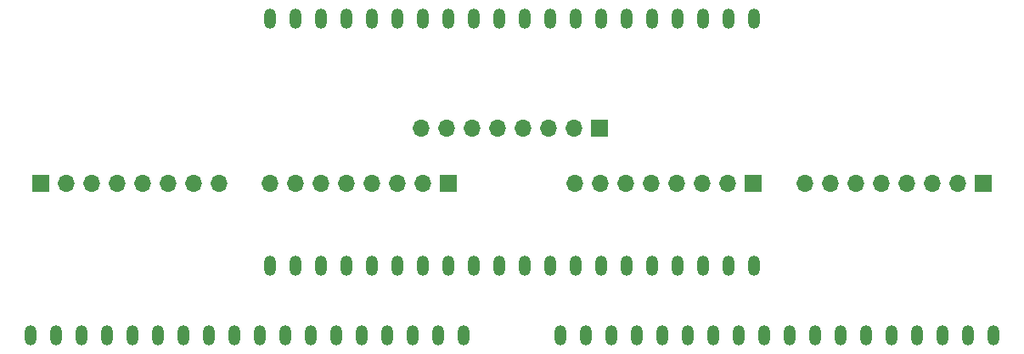
<source format=gbs>
G04 #@! TF.GenerationSoftware,KiCad,Pcbnew,(5.1.10-1-10_14)*
G04 #@! TF.CreationDate,2021-06-04T22:41:06-05:00*
G04 #@! TF.ProjectId,169-display-replacement-v2,3136392d-6469-4737-906c-61792d726570,rev?*
G04 #@! TF.SameCoordinates,Original*
G04 #@! TF.FileFunction,Soldermask,Bot*
G04 #@! TF.FilePolarity,Negative*
%FSLAX46Y46*%
G04 Gerber Fmt 4.6, Leading zero omitted, Abs format (unit mm)*
G04 Created by KiCad (PCBNEW (5.1.10-1-10_14)) date 2021-06-04 22:41:06*
%MOMM*%
%LPD*%
G01*
G04 APERTURE LIST*
%ADD10O,1.200000X2.000000*%
%ADD11R,1.700000X1.700000*%
%ADD12O,1.700000X1.700000*%
G04 APERTURE END LIST*
D10*
X115620000Y-90630000D03*
X115620000Y-115270000D03*
X118160000Y-90630000D03*
X118160000Y-115270000D03*
X120700000Y-90630000D03*
X120700000Y-115270000D03*
X123240000Y-90630000D03*
X123240000Y-115270000D03*
X125780000Y-90630000D03*
X125780000Y-115270000D03*
X128320000Y-90630000D03*
X128320000Y-115270000D03*
X130860000Y-90630000D03*
X130860000Y-115270000D03*
X133400000Y-90630000D03*
X133400000Y-115270000D03*
X135940000Y-90630000D03*
X135940000Y-115270000D03*
X138480000Y-90630000D03*
X138480000Y-115270000D03*
X141020000Y-90630000D03*
X141020000Y-115270000D03*
X143560000Y-90630000D03*
X143560000Y-115270000D03*
X146100000Y-90630000D03*
X146100000Y-115270000D03*
X148640000Y-90630000D03*
X148640000Y-115270000D03*
X151180000Y-90630000D03*
X151180000Y-115270000D03*
X153720000Y-90630000D03*
X153720000Y-115270000D03*
X156260000Y-90630000D03*
X156260000Y-115270000D03*
X158800000Y-90630000D03*
X158800000Y-115270000D03*
X161340000Y-90630000D03*
X161340000Y-115270000D03*
X163880000Y-90630000D03*
X163880000Y-115270000D03*
D11*
X186750000Y-107050000D03*
D12*
X184210000Y-107050000D03*
X181670000Y-107050000D03*
X179130000Y-107050000D03*
X176590000Y-107050000D03*
X174050000Y-107050000D03*
X171510000Y-107050000D03*
X168970000Y-107050000D03*
D11*
X163750000Y-107050000D03*
D12*
X161210000Y-107050000D03*
X158670000Y-107050000D03*
X156130000Y-107050000D03*
X153590000Y-107050000D03*
X151050000Y-107050000D03*
X148510000Y-107050000D03*
X145970000Y-107050000D03*
D11*
X148500000Y-101550000D03*
D12*
X145960000Y-101550000D03*
X143420000Y-101550000D03*
X140880000Y-101550000D03*
X138340000Y-101550000D03*
X135800000Y-101550000D03*
X133260000Y-101550000D03*
X130720000Y-101550000D03*
D11*
X133350000Y-107050000D03*
D12*
X130810000Y-107050000D03*
X128270000Y-107050000D03*
X125730000Y-107050000D03*
X123190000Y-107050000D03*
X120650000Y-107050000D03*
X118110000Y-107050000D03*
X115570000Y-107050000D03*
D11*
X92750000Y-107050000D03*
D12*
X95290000Y-107050000D03*
X97830000Y-107050000D03*
X100370000Y-107050000D03*
X102910000Y-107050000D03*
X105450000Y-107050000D03*
X107990000Y-107050000D03*
X110530000Y-107050000D03*
D10*
X91720000Y-122250000D03*
X94260000Y-122250000D03*
X96800000Y-122250000D03*
X99340000Y-122250000D03*
X101880000Y-122250000D03*
X104420000Y-122250000D03*
X106960000Y-122250000D03*
X109500000Y-122250000D03*
X112040000Y-122250000D03*
X114580000Y-122250000D03*
X117120000Y-122250000D03*
X119660000Y-122250000D03*
X122200000Y-122250000D03*
X124740000Y-122250000D03*
X127280000Y-122250000D03*
X129820000Y-122250000D03*
X132360000Y-122250000D03*
X134900000Y-122250000D03*
X144600000Y-122250000D03*
X147140000Y-122250000D03*
X149680000Y-122250000D03*
X152220000Y-122250000D03*
X154760000Y-122250000D03*
X157300000Y-122250000D03*
X159840000Y-122250000D03*
X162380000Y-122250000D03*
X164920000Y-122250000D03*
X167460000Y-122250000D03*
X170000000Y-122250000D03*
X172540000Y-122250000D03*
X175080000Y-122250000D03*
X177620000Y-122250000D03*
X180160000Y-122250000D03*
X182700000Y-122250000D03*
X185240000Y-122250000D03*
X187780000Y-122250000D03*
M02*

</source>
